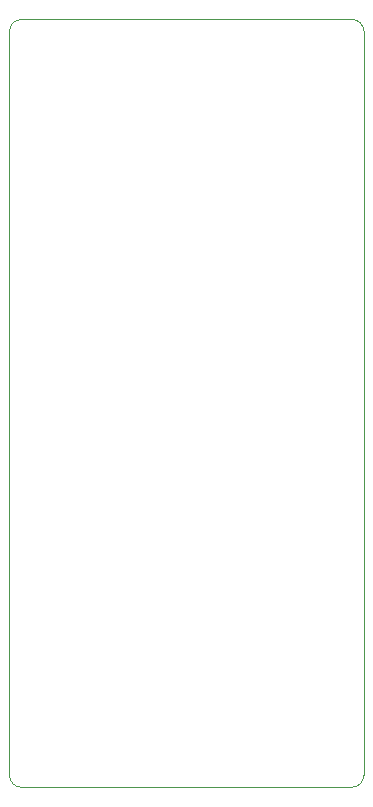
<source format=gm1>
%TF.GenerationSoftware,KiCad,Pcbnew,7.0.6*%
%TF.CreationDate,2024-05-06T19:07:49-07:00*%
%TF.ProjectId,2400_TCXO_RPi,32343030-5f54-4435-984f-5f5250692e6b,1.0*%
%TF.SameCoordinates,Original*%
%TF.FileFunction,Profile,NP*%
%FSLAX46Y46*%
G04 Gerber Fmt 4.6, Leading zero omitted, Abs format (unit mm)*
G04 Created by KiCad (PCBNEW 7.0.6) date 2024-05-06 19:07:49*
%MOMM*%
%LPD*%
G01*
G04 APERTURE LIST*
%TA.AperFunction,Profile*%
%ADD10C,0.100000*%
%TD*%
G04 APERTURE END LIST*
D10*
X126050000Y-48170000D02*
G75*
G03*
X125050000Y-49170000I0J-1000000D01*
G01*
X155050000Y-49170000D02*
G75*
G03*
X154050000Y-48170000I-1000000J0D01*
G01*
X125050000Y-49170000D02*
X125050000Y-112170000D01*
X154050000Y-48170000D02*
X126050000Y-48170000D01*
X155050000Y-112170000D02*
X155050000Y-49170000D01*
X126050000Y-113170000D02*
X154050000Y-113170000D01*
X154050000Y-113170000D02*
G75*
G03*
X155050000Y-112170000I0J1000000D01*
G01*
X125050000Y-112170000D02*
G75*
G03*
X126050000Y-113170000I1000000J0D01*
G01*
M02*

</source>
